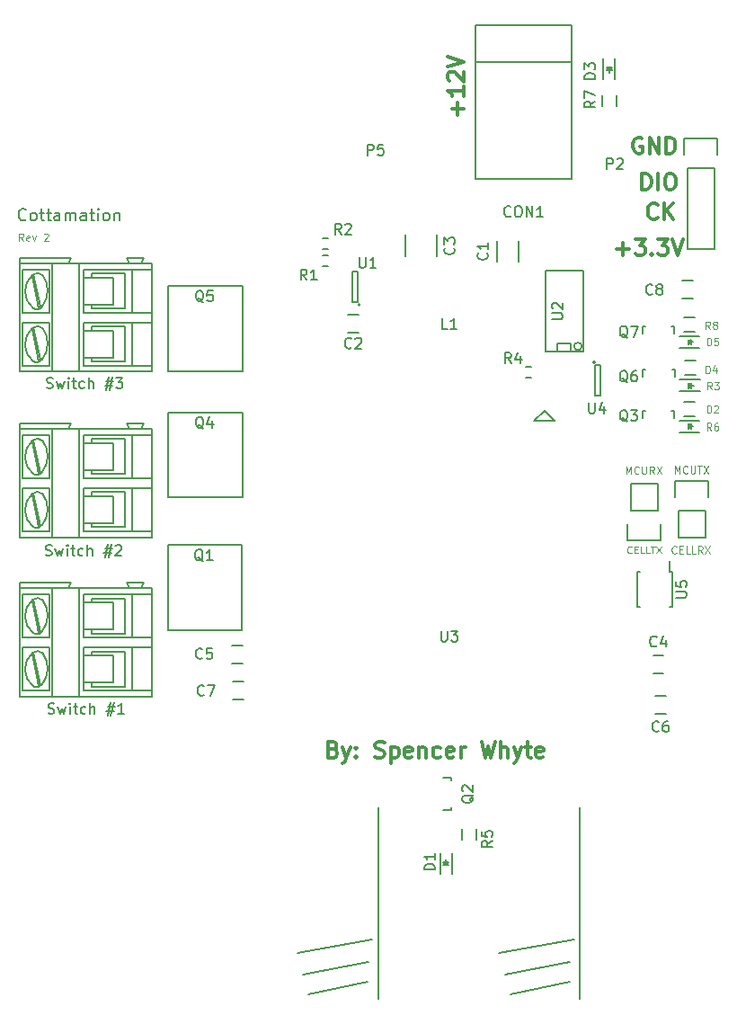
<source format=gto>
G04 #@! TF.FileFunction,Legend,Top*
%FSLAX46Y46*%
G04 Gerber Fmt 4.6, Leading zero omitted, Abs format (unit mm)*
G04 Created by KiCad (PCBNEW (2015-05-05 BZR 5645)-product) date Thursday, September 03, 2015 'pmt' 04:49:33 pm*
%MOMM*%
G01*
G04 APERTURE LIST*
%ADD10C,0.100000*%
%ADD11C,0.300000*%
%ADD12C,0.200000*%
%ADD13C,0.150000*%
G04 APERTURE END LIST*
D10*
D11*
X156814286Y-78235714D02*
X156742857Y-78307143D01*
X156528571Y-78378571D01*
X156385714Y-78378571D01*
X156171429Y-78307143D01*
X156028571Y-78164286D01*
X155957143Y-78021429D01*
X155885714Y-77735714D01*
X155885714Y-77521429D01*
X155957143Y-77235714D01*
X156028571Y-77092857D01*
X156171429Y-76950000D01*
X156385714Y-76878571D01*
X156528571Y-76878571D01*
X156742857Y-76950000D01*
X156814286Y-77021429D01*
X157457143Y-78378571D02*
X157457143Y-76878571D01*
X158314286Y-78378571D02*
X157671429Y-77521429D01*
X158314286Y-76878571D02*
X157457143Y-77735714D01*
X155364286Y-75578571D02*
X155364286Y-74078571D01*
X155721429Y-74078571D01*
X155935714Y-74150000D01*
X156078572Y-74292857D01*
X156150000Y-74435714D01*
X156221429Y-74721429D01*
X156221429Y-74935714D01*
X156150000Y-75221429D01*
X156078572Y-75364286D01*
X155935714Y-75507143D01*
X155721429Y-75578571D01*
X155364286Y-75578571D01*
X156864286Y-75578571D02*
X156864286Y-74078571D01*
X157864286Y-74078571D02*
X158150000Y-74078571D01*
X158292858Y-74150000D01*
X158435715Y-74292857D01*
X158507143Y-74578571D01*
X158507143Y-75078571D01*
X158435715Y-75364286D01*
X158292858Y-75507143D01*
X158150000Y-75578571D01*
X157864286Y-75578571D01*
X157721429Y-75507143D01*
X157578572Y-75364286D01*
X157507143Y-75078571D01*
X157507143Y-74578571D01*
X157578572Y-74292857D01*
X157721429Y-74150000D01*
X157864286Y-74078571D01*
X138007143Y-68542856D02*
X138007143Y-67399999D01*
X138578571Y-67971428D02*
X137435714Y-67971428D01*
X138578571Y-65899999D02*
X138578571Y-66757142D01*
X138578571Y-66328570D02*
X137078571Y-66328570D01*
X137292857Y-66471427D01*
X137435714Y-66614285D01*
X137507143Y-66757142D01*
X137221429Y-65328571D02*
X137150000Y-65257142D01*
X137078571Y-65114285D01*
X137078571Y-64757142D01*
X137150000Y-64614285D01*
X137221429Y-64542856D01*
X137364286Y-64471428D01*
X137507143Y-64471428D01*
X137721429Y-64542856D01*
X138578571Y-65399999D01*
X138578571Y-64471428D01*
X137078571Y-64042857D02*
X138578571Y-63542857D01*
X137078571Y-63042857D01*
D12*
X97314286Y-78392857D02*
X97261905Y-78445238D01*
X97104762Y-78497619D01*
X97000000Y-78497619D01*
X96842858Y-78445238D01*
X96738096Y-78340476D01*
X96685715Y-78235714D01*
X96633334Y-78026190D01*
X96633334Y-77869048D01*
X96685715Y-77659524D01*
X96738096Y-77554762D01*
X96842858Y-77450000D01*
X97000000Y-77397619D01*
X97104762Y-77397619D01*
X97261905Y-77450000D01*
X97314286Y-77502381D01*
X97942858Y-78497619D02*
X97838096Y-78445238D01*
X97785715Y-78392857D01*
X97733334Y-78288095D01*
X97733334Y-77973810D01*
X97785715Y-77869048D01*
X97838096Y-77816667D01*
X97942858Y-77764286D01*
X98100000Y-77764286D01*
X98204762Y-77816667D01*
X98257143Y-77869048D01*
X98309524Y-77973810D01*
X98309524Y-78288095D01*
X98257143Y-78392857D01*
X98204762Y-78445238D01*
X98100000Y-78497619D01*
X97942858Y-78497619D01*
X98623810Y-77764286D02*
X99042858Y-77764286D01*
X98780953Y-77397619D02*
X98780953Y-78340476D01*
X98833334Y-78445238D01*
X98938096Y-78497619D01*
X99042858Y-78497619D01*
X99252381Y-77764286D02*
X99671429Y-77764286D01*
X99409524Y-77397619D02*
X99409524Y-78340476D01*
X99461905Y-78445238D01*
X99566667Y-78497619D01*
X99671429Y-78497619D01*
X100509523Y-78497619D02*
X100509523Y-77921429D01*
X100457142Y-77816667D01*
X100352380Y-77764286D01*
X100142857Y-77764286D01*
X100038095Y-77816667D01*
X100509523Y-78445238D02*
X100404761Y-78497619D01*
X100142857Y-78497619D01*
X100038095Y-78445238D01*
X99985714Y-78340476D01*
X99985714Y-78235714D01*
X100038095Y-78130952D01*
X100142857Y-78078571D01*
X100404761Y-78078571D01*
X100509523Y-78026190D01*
X101033333Y-78497619D02*
X101033333Y-77764286D01*
X101033333Y-77869048D02*
X101085714Y-77816667D01*
X101190476Y-77764286D01*
X101347618Y-77764286D01*
X101452380Y-77816667D01*
X101504761Y-77921429D01*
X101504761Y-78497619D01*
X101504761Y-77921429D02*
X101557142Y-77816667D01*
X101661904Y-77764286D01*
X101819047Y-77764286D01*
X101923809Y-77816667D01*
X101976190Y-77921429D01*
X101976190Y-78497619D01*
X102971428Y-78497619D02*
X102971428Y-77921429D01*
X102919047Y-77816667D01*
X102814285Y-77764286D01*
X102604762Y-77764286D01*
X102500000Y-77816667D01*
X102971428Y-78445238D02*
X102866666Y-78497619D01*
X102604762Y-78497619D01*
X102500000Y-78445238D01*
X102447619Y-78340476D01*
X102447619Y-78235714D01*
X102500000Y-78130952D01*
X102604762Y-78078571D01*
X102866666Y-78078571D01*
X102971428Y-78026190D01*
X103338095Y-77764286D02*
X103757143Y-77764286D01*
X103495238Y-77397619D02*
X103495238Y-78340476D01*
X103547619Y-78445238D01*
X103652381Y-78497619D01*
X103757143Y-78497619D01*
X104123809Y-78497619D02*
X104123809Y-77764286D01*
X104123809Y-77397619D02*
X104071428Y-77450000D01*
X104123809Y-77502381D01*
X104176190Y-77450000D01*
X104123809Y-77397619D01*
X104123809Y-77502381D01*
X104804762Y-78497619D02*
X104700000Y-78445238D01*
X104647619Y-78392857D01*
X104595238Y-78288095D01*
X104595238Y-77973810D01*
X104647619Y-77869048D01*
X104700000Y-77816667D01*
X104804762Y-77764286D01*
X104961904Y-77764286D01*
X105066666Y-77816667D01*
X105119047Y-77869048D01*
X105171428Y-77973810D01*
X105171428Y-78288095D01*
X105119047Y-78392857D01*
X105066666Y-78445238D01*
X104961904Y-78497619D01*
X104804762Y-78497619D01*
X105642857Y-77764286D02*
X105642857Y-78497619D01*
X105642857Y-77869048D02*
X105695238Y-77816667D01*
X105800000Y-77764286D01*
X105957142Y-77764286D01*
X106061904Y-77816667D01*
X106114285Y-77921429D01*
X106114285Y-78497619D01*
D10*
X97100001Y-80416667D02*
X96866667Y-80083333D01*
X96700001Y-80416667D02*
X96700001Y-79716667D01*
X96966667Y-79716667D01*
X97033334Y-79750000D01*
X97066667Y-79783333D01*
X97100001Y-79850000D01*
X97100001Y-79950000D01*
X97066667Y-80016667D01*
X97033334Y-80050000D01*
X96966667Y-80083333D01*
X96700001Y-80083333D01*
X97666667Y-80383333D02*
X97600001Y-80416667D01*
X97466667Y-80416667D01*
X97400001Y-80383333D01*
X97366667Y-80316667D01*
X97366667Y-80050000D01*
X97400001Y-79983333D01*
X97466667Y-79950000D01*
X97600001Y-79950000D01*
X97666667Y-79983333D01*
X97700001Y-80050000D01*
X97700001Y-80116667D01*
X97366667Y-80183333D01*
X97933334Y-79950000D02*
X98100001Y-80416667D01*
X98266667Y-79950000D01*
X99033333Y-79783333D02*
X99066667Y-79750000D01*
X99133333Y-79716667D01*
X99300000Y-79716667D01*
X99366667Y-79750000D01*
X99400000Y-79783333D01*
X99433333Y-79850000D01*
X99433333Y-79916667D01*
X99400000Y-80016667D01*
X99000000Y-80416667D01*
X99433333Y-80416667D01*
D11*
X126292858Y-128292857D02*
X126507144Y-128364286D01*
X126578572Y-128435714D01*
X126650001Y-128578571D01*
X126650001Y-128792857D01*
X126578572Y-128935714D01*
X126507144Y-129007143D01*
X126364286Y-129078571D01*
X125792858Y-129078571D01*
X125792858Y-127578571D01*
X126292858Y-127578571D01*
X126435715Y-127650000D01*
X126507144Y-127721429D01*
X126578572Y-127864286D01*
X126578572Y-128007143D01*
X126507144Y-128150000D01*
X126435715Y-128221429D01*
X126292858Y-128292857D01*
X125792858Y-128292857D01*
X127150001Y-128078571D02*
X127507144Y-129078571D01*
X127864286Y-128078571D02*
X127507144Y-129078571D01*
X127364286Y-129435714D01*
X127292858Y-129507143D01*
X127150001Y-129578571D01*
X128435715Y-128935714D02*
X128507143Y-129007143D01*
X128435715Y-129078571D01*
X128364286Y-129007143D01*
X128435715Y-128935714D01*
X128435715Y-129078571D01*
X128435715Y-128150000D02*
X128507143Y-128221429D01*
X128435715Y-128292857D01*
X128364286Y-128221429D01*
X128435715Y-128150000D01*
X128435715Y-128292857D01*
X130221429Y-129007143D02*
X130435715Y-129078571D01*
X130792858Y-129078571D01*
X130935715Y-129007143D01*
X131007144Y-128935714D01*
X131078572Y-128792857D01*
X131078572Y-128650000D01*
X131007144Y-128507143D01*
X130935715Y-128435714D01*
X130792858Y-128364286D01*
X130507144Y-128292857D01*
X130364286Y-128221429D01*
X130292858Y-128150000D01*
X130221429Y-128007143D01*
X130221429Y-127864286D01*
X130292858Y-127721429D01*
X130364286Y-127650000D01*
X130507144Y-127578571D01*
X130864286Y-127578571D01*
X131078572Y-127650000D01*
X131721429Y-128078571D02*
X131721429Y-129578571D01*
X131721429Y-128150000D02*
X131864286Y-128078571D01*
X132150000Y-128078571D01*
X132292857Y-128150000D01*
X132364286Y-128221429D01*
X132435715Y-128364286D01*
X132435715Y-128792857D01*
X132364286Y-128935714D01*
X132292857Y-129007143D01*
X132150000Y-129078571D01*
X131864286Y-129078571D01*
X131721429Y-129007143D01*
X133650000Y-129007143D02*
X133507143Y-129078571D01*
X133221429Y-129078571D01*
X133078572Y-129007143D01*
X133007143Y-128864286D01*
X133007143Y-128292857D01*
X133078572Y-128150000D01*
X133221429Y-128078571D01*
X133507143Y-128078571D01*
X133650000Y-128150000D01*
X133721429Y-128292857D01*
X133721429Y-128435714D01*
X133007143Y-128578571D01*
X134364286Y-128078571D02*
X134364286Y-129078571D01*
X134364286Y-128221429D02*
X134435714Y-128150000D01*
X134578572Y-128078571D01*
X134792857Y-128078571D01*
X134935714Y-128150000D01*
X135007143Y-128292857D01*
X135007143Y-129078571D01*
X136364286Y-129007143D02*
X136221429Y-129078571D01*
X135935715Y-129078571D01*
X135792857Y-129007143D01*
X135721429Y-128935714D01*
X135650000Y-128792857D01*
X135650000Y-128364286D01*
X135721429Y-128221429D01*
X135792857Y-128150000D01*
X135935715Y-128078571D01*
X136221429Y-128078571D01*
X136364286Y-128150000D01*
X137578571Y-129007143D02*
X137435714Y-129078571D01*
X137150000Y-129078571D01*
X137007143Y-129007143D01*
X136935714Y-128864286D01*
X136935714Y-128292857D01*
X137007143Y-128150000D01*
X137150000Y-128078571D01*
X137435714Y-128078571D01*
X137578571Y-128150000D01*
X137650000Y-128292857D01*
X137650000Y-128435714D01*
X136935714Y-128578571D01*
X138292857Y-129078571D02*
X138292857Y-128078571D01*
X138292857Y-128364286D02*
X138364285Y-128221429D01*
X138435714Y-128150000D01*
X138578571Y-128078571D01*
X138721428Y-128078571D01*
X140221428Y-127578571D02*
X140578571Y-129078571D01*
X140864285Y-128007143D01*
X141149999Y-129078571D01*
X141507142Y-127578571D01*
X142078571Y-129078571D02*
X142078571Y-127578571D01*
X142721428Y-129078571D02*
X142721428Y-128292857D01*
X142649999Y-128150000D01*
X142507142Y-128078571D01*
X142292857Y-128078571D01*
X142149999Y-128150000D01*
X142078571Y-128221429D01*
X143292857Y-128078571D02*
X143650000Y-129078571D01*
X144007142Y-128078571D02*
X143650000Y-129078571D01*
X143507142Y-129435714D01*
X143435714Y-129507143D01*
X143292857Y-129578571D01*
X144364285Y-128078571D02*
X144935714Y-128078571D01*
X144578571Y-127578571D02*
X144578571Y-128864286D01*
X144649999Y-129007143D01*
X144792857Y-129078571D01*
X144935714Y-129078571D01*
X146007142Y-129007143D02*
X145864285Y-129078571D01*
X145578571Y-129078571D01*
X145435714Y-129007143D01*
X145364285Y-128864286D01*
X145364285Y-128292857D01*
X145435714Y-128150000D01*
X145578571Y-128078571D01*
X145864285Y-128078571D01*
X146007142Y-128150000D01*
X146078571Y-128292857D01*
X146078571Y-128435714D01*
X145364285Y-128578571D01*
D10*
X158600000Y-109800000D02*
X158566666Y-109833333D01*
X158466666Y-109866667D01*
X158400000Y-109866667D01*
X158300000Y-109833333D01*
X158233333Y-109766667D01*
X158200000Y-109700000D01*
X158166666Y-109566667D01*
X158166666Y-109466667D01*
X158200000Y-109333333D01*
X158233333Y-109266667D01*
X158300000Y-109200000D01*
X158400000Y-109166667D01*
X158466666Y-109166667D01*
X158566666Y-109200000D01*
X158600000Y-109233333D01*
X158900000Y-109500000D02*
X159133333Y-109500000D01*
X159233333Y-109866667D02*
X158900000Y-109866667D01*
X158900000Y-109166667D01*
X159233333Y-109166667D01*
X159866666Y-109866667D02*
X159533333Y-109866667D01*
X159533333Y-109166667D01*
X160433333Y-109866667D02*
X160100000Y-109866667D01*
X160100000Y-109166667D01*
X161066667Y-109866667D02*
X160833333Y-109533333D01*
X160666667Y-109866667D02*
X160666667Y-109166667D01*
X160933333Y-109166667D01*
X161000000Y-109200000D01*
X161033333Y-109233333D01*
X161066667Y-109300000D01*
X161066667Y-109400000D01*
X161033333Y-109466667D01*
X161000000Y-109500000D01*
X160933333Y-109533333D01*
X160666667Y-109533333D01*
X161300000Y-109166667D02*
X161766667Y-109866667D01*
X161766667Y-109166667D02*
X161300000Y-109866667D01*
X154373810Y-109782143D02*
X154342858Y-109813095D01*
X154250001Y-109844048D01*
X154188096Y-109844048D01*
X154095239Y-109813095D01*
X154033334Y-109751190D01*
X154002382Y-109689286D01*
X153971430Y-109565476D01*
X153971430Y-109472619D01*
X154002382Y-109348810D01*
X154033334Y-109286905D01*
X154095239Y-109225000D01*
X154188096Y-109194048D01*
X154250001Y-109194048D01*
X154342858Y-109225000D01*
X154373810Y-109255952D01*
X154652382Y-109503571D02*
X154869049Y-109503571D01*
X154961906Y-109844048D02*
X154652382Y-109844048D01*
X154652382Y-109194048D01*
X154961906Y-109194048D01*
X155550001Y-109844048D02*
X155240477Y-109844048D01*
X155240477Y-109194048D01*
X156076191Y-109844048D02*
X155766667Y-109844048D01*
X155766667Y-109194048D01*
X156200000Y-109194048D02*
X156571428Y-109194048D01*
X156385714Y-109844048D02*
X156385714Y-109194048D01*
X156726190Y-109194048D02*
X157159523Y-109844048D01*
X157159523Y-109194048D02*
X156726190Y-109844048D01*
D11*
X153000001Y-81207143D02*
X154142858Y-81207143D01*
X153571429Y-81778571D02*
X153571429Y-80635714D01*
X154714287Y-80278571D02*
X155642858Y-80278571D01*
X155142858Y-80850000D01*
X155357144Y-80850000D01*
X155500001Y-80921429D01*
X155571430Y-80992857D01*
X155642858Y-81135714D01*
X155642858Y-81492857D01*
X155571430Y-81635714D01*
X155500001Y-81707143D01*
X155357144Y-81778571D01*
X154928572Y-81778571D01*
X154785715Y-81707143D01*
X154714287Y-81635714D01*
X156285715Y-81635714D02*
X156357143Y-81707143D01*
X156285715Y-81778571D01*
X156214286Y-81707143D01*
X156285715Y-81635714D01*
X156285715Y-81778571D01*
X156857144Y-80278571D02*
X157785715Y-80278571D01*
X157285715Y-80850000D01*
X157500001Y-80850000D01*
X157642858Y-80921429D01*
X157714287Y-80992857D01*
X157785715Y-81135714D01*
X157785715Y-81492857D01*
X157714287Y-81635714D01*
X157642858Y-81707143D01*
X157500001Y-81778571D01*
X157071429Y-81778571D01*
X156928572Y-81707143D01*
X156857144Y-81635714D01*
X158214286Y-80278571D02*
X158714286Y-81778571D01*
X159214286Y-80278571D01*
X155357143Y-70750000D02*
X155214286Y-70678571D01*
X155000000Y-70678571D01*
X154785715Y-70750000D01*
X154642857Y-70892857D01*
X154571429Y-71035714D01*
X154500000Y-71321429D01*
X154500000Y-71535714D01*
X154571429Y-71821429D01*
X154642857Y-71964286D01*
X154785715Y-72107143D01*
X155000000Y-72178571D01*
X155142857Y-72178571D01*
X155357143Y-72107143D01*
X155428572Y-72035714D01*
X155428572Y-71535714D01*
X155142857Y-71535714D01*
X156071429Y-72178571D02*
X156071429Y-70678571D01*
X156928572Y-72178571D01*
X156928572Y-70678571D01*
X157642858Y-72178571D02*
X157642858Y-70678571D01*
X158000001Y-70678571D01*
X158214286Y-70750000D01*
X158357144Y-70892857D01*
X158428572Y-71035714D01*
X158500001Y-71321429D01*
X158500001Y-71535714D01*
X158428572Y-71821429D01*
X158357144Y-71964286D01*
X158214286Y-72107143D01*
X158000001Y-72178571D01*
X157642858Y-72178571D01*
D13*
X146150000Y-96400000D02*
X147150000Y-97400000D01*
X147150000Y-97400000D02*
X145150000Y-97400000D01*
X145150000Y-97400000D02*
X146150000Y-96400000D01*
X110798000Y-109061000D02*
X110798000Y-109061000D01*
X110671000Y-109061000D02*
X110798000Y-109061000D01*
X110798000Y-109061000D02*
X110671000Y-109061000D01*
X117656000Y-115284000D02*
X117656000Y-109061000D01*
X117656000Y-109061000D02*
X114100000Y-109061000D01*
X117656000Y-115284000D02*
X117656000Y-116808000D01*
X117656000Y-116808000D02*
X117656000Y-116808000D01*
X117656000Y-116808000D02*
X117656000Y-116808000D01*
X117656000Y-116808000D02*
X117656000Y-117062000D01*
X117656000Y-117062000D02*
X117656000Y-117062000D01*
X117656000Y-117062000D02*
X117656000Y-117062000D01*
X114100000Y-109061000D02*
X110671000Y-109061000D01*
X110671000Y-109061000D02*
X110671000Y-117062000D01*
X110671000Y-117062000D02*
X117656000Y-117062000D01*
X110848000Y-96561000D02*
X110848000Y-96561000D01*
X110721000Y-96561000D02*
X110848000Y-96561000D01*
X110848000Y-96561000D02*
X110721000Y-96561000D01*
X117706000Y-102784000D02*
X117706000Y-96561000D01*
X117706000Y-96561000D02*
X114150000Y-96561000D01*
X117706000Y-102784000D02*
X117706000Y-104308000D01*
X117706000Y-104308000D02*
X117706000Y-104308000D01*
X117706000Y-104308000D02*
X117706000Y-104308000D01*
X117706000Y-104308000D02*
X117706000Y-104562000D01*
X117706000Y-104562000D02*
X117706000Y-104562000D01*
X117706000Y-104562000D02*
X117706000Y-104562000D01*
X114150000Y-96561000D02*
X110721000Y-96561000D01*
X110721000Y-96561000D02*
X110721000Y-104562000D01*
X110721000Y-104562000D02*
X117706000Y-104562000D01*
X110848000Y-84661000D02*
X110848000Y-84661000D01*
X110721000Y-84661000D02*
X110848000Y-84661000D01*
X110848000Y-84661000D02*
X110721000Y-84661000D01*
X117706000Y-90884000D02*
X117706000Y-84661000D01*
X117706000Y-84661000D02*
X114150000Y-84661000D01*
X117706000Y-90884000D02*
X117706000Y-92408000D01*
X117706000Y-92408000D02*
X117706000Y-92408000D01*
X117706000Y-92408000D02*
X117706000Y-92408000D01*
X117706000Y-92408000D02*
X117706000Y-92662000D01*
X117706000Y-92662000D02*
X117706000Y-92662000D01*
X117706000Y-92662000D02*
X117706000Y-92662000D01*
X114150000Y-84661000D02*
X110721000Y-84661000D01*
X110721000Y-84661000D02*
X110721000Y-92662000D01*
X110721000Y-92662000D02*
X117706000Y-92662000D01*
X141675000Y-80400000D02*
X141675000Y-82400000D01*
X143725000Y-82400000D02*
X143725000Y-80400000D01*
X128650000Y-87350000D02*
X127650000Y-87350000D01*
X127650000Y-89050000D02*
X128650000Y-89050000D01*
X133075000Y-79850000D02*
X133075000Y-81850000D01*
X136025000Y-81850000D02*
X136025000Y-79850000D01*
X157400000Y-119450000D02*
X156400000Y-119450000D01*
X156400000Y-121150000D02*
X157400000Y-121150000D01*
X117750000Y-118500000D02*
X116750000Y-118500000D01*
X116750000Y-120200000D02*
X117750000Y-120200000D01*
X156600000Y-124950000D02*
X157600000Y-124950000D01*
X157600000Y-123250000D02*
X156600000Y-123250000D01*
X116800000Y-123600000D02*
X117800000Y-123600000D01*
X117800000Y-121900000D02*
X116800000Y-121900000D01*
X148700880Y-63599500D02*
X139699120Y-63599500D01*
X148700880Y-60099380D02*
X139699120Y-60099380D01*
X139699120Y-60099380D02*
X139699120Y-74600240D01*
X139699120Y-74600240D02*
X148700880Y-74600240D01*
X148700880Y-74600240D02*
X148700880Y-60099380D01*
X137450000Y-140000000D02*
X137450000Y-138100000D01*
X136350000Y-140000000D02*
X136350000Y-138100000D01*
X136900000Y-139100000D02*
X136900000Y-138650000D01*
X136650000Y-139150000D02*
X137150000Y-139150000D01*
X136900000Y-139150000D02*
X136650000Y-138900000D01*
X136650000Y-138900000D02*
X137150000Y-138900000D01*
X137150000Y-138900000D02*
X136900000Y-139150000D01*
X158850000Y-98450000D02*
X160750000Y-98450000D01*
X158850000Y-97350000D02*
X160750000Y-97350000D01*
X159750000Y-97900000D02*
X160200000Y-97900000D01*
X159700000Y-97650000D02*
X159700000Y-98150000D01*
X159700000Y-97900000D02*
X159950000Y-97650000D01*
X159950000Y-97650000D02*
X159950000Y-98150000D01*
X159950000Y-98150000D02*
X159700000Y-97900000D01*
X151700000Y-63250000D02*
X151700000Y-65150000D01*
X152800000Y-63250000D02*
X152800000Y-65150000D01*
X152250000Y-64150000D02*
X152250000Y-64600000D01*
X152500000Y-64100000D02*
X152000000Y-64100000D01*
X152250000Y-64100000D02*
X152500000Y-64350000D01*
X152500000Y-64350000D02*
X152000000Y-64350000D01*
X152000000Y-64350000D02*
X152250000Y-64100000D01*
X159630000Y-73570000D02*
X159630000Y-81190000D01*
X162170000Y-73570000D02*
X162170000Y-81190000D01*
X162450000Y-70750000D02*
X162450000Y-72300000D01*
X159630000Y-81190000D02*
X162170000Y-81190000D01*
X162170000Y-73570000D02*
X159630000Y-73570000D01*
X159350000Y-72300000D02*
X159350000Y-70750000D01*
X159350000Y-70750000D02*
X162450000Y-70750000D01*
X161320000Y-105820000D02*
X161320000Y-108360000D01*
X161600000Y-103000000D02*
X161600000Y-104550000D01*
X161320000Y-105820000D02*
X158780000Y-105820000D01*
X158500000Y-104550000D02*
X158500000Y-103000000D01*
X158500000Y-103000000D02*
X161600000Y-103000000D01*
X158780000Y-105820000D02*
X158780000Y-108360000D01*
X158780000Y-108360000D02*
X161320000Y-108360000D01*
X154280000Y-105830000D02*
X154280000Y-103290000D01*
X154000000Y-108650000D02*
X154000000Y-107100000D01*
X154280000Y-105830000D02*
X156820000Y-105830000D01*
X157100000Y-107100000D02*
X157100000Y-108650000D01*
X157100000Y-108650000D02*
X154000000Y-108650000D01*
X156820000Y-105830000D02*
X156820000Y-103290000D01*
X156820000Y-103290000D02*
X154280000Y-103290000D01*
X129950000Y-146200000D02*
X122900000Y-147450000D01*
X129600000Y-148300000D02*
X123450000Y-149550000D01*
X129550000Y-150200000D02*
X123950000Y-151400000D01*
X130500000Y-133750000D02*
X130500000Y-151800000D01*
X148950000Y-146200000D02*
X141900000Y-147450000D01*
X148600000Y-148300000D02*
X142450000Y-149550000D01*
X148550000Y-150200000D02*
X142950000Y-151400000D01*
X149500000Y-133750000D02*
X149500000Y-151800000D01*
X125250000Y-81225000D02*
X125750000Y-81225000D01*
X125750000Y-80175000D02*
X125250000Y-80175000D01*
X125250000Y-82825000D02*
X125750000Y-82825000D01*
X125750000Y-81775000D02*
X125250000Y-81775000D01*
X144950000Y-92275000D02*
X144450000Y-92275000D01*
X144450000Y-93325000D02*
X144950000Y-93325000D01*
X139775000Y-135800000D02*
X139775000Y-136800000D01*
X138425000Y-136800000D02*
X138425000Y-135800000D01*
X159350000Y-95575000D02*
X160350000Y-95575000D01*
X160350000Y-96925000D02*
X159350000Y-96925000D01*
X151575000Y-67700000D02*
X151575000Y-66700000D01*
X152925000Y-66700000D02*
X152925000Y-67700000D01*
X128800000Y-86450000D02*
G75*
G03X128800000Y-86450000I-100000J0D01*
G01*
X128050000Y-86200000D02*
X128550000Y-86200000D01*
X128050000Y-83300000D02*
X128050000Y-86200000D01*
X128550000Y-83300000D02*
X128050000Y-83300000D01*
X128550000Y-86200000D02*
X128550000Y-83300000D01*
X146272000Y-83240000D02*
X146272000Y-90860000D01*
X149828000Y-90860000D02*
X149828000Y-83240000D01*
X146272000Y-83240000D02*
X149828000Y-83240000D01*
X149828000Y-90860000D02*
X146272000Y-90860000D01*
X149679210Y-90352000D02*
G75*
G03X149679210Y-90352000I-359210J0D01*
G01*
X147415000Y-90860000D02*
X147415000Y-90098000D01*
X147415000Y-90098000D02*
X148685000Y-90098000D01*
X148685000Y-90098000D02*
X148685000Y-90860000D01*
X160150000Y-84150000D02*
X159150000Y-84150000D01*
X159150000Y-85850000D02*
X160150000Y-85850000D01*
X150950000Y-91850000D02*
G75*
G03X150950000Y-91850000I-100000J0D01*
G01*
X151400000Y-92100000D02*
X150900000Y-92100000D01*
X151400000Y-95000000D02*
X151400000Y-92100000D01*
X150900000Y-95000000D02*
X151400000Y-95000000D01*
X150900000Y-92100000D02*
X150900000Y-95000000D01*
X158175000Y-111625000D02*
X157950000Y-111625000D01*
X158175000Y-114875000D02*
X157950000Y-114875000D01*
X154925000Y-114875000D02*
X155150000Y-114875000D01*
X154925000Y-111625000D02*
X155150000Y-111625000D01*
X158175000Y-111625000D02*
X158175000Y-114875000D01*
X154925000Y-111625000D02*
X154925000Y-114875000D01*
X157950000Y-111625000D02*
X157950000Y-110550000D01*
X105540000Y-122009600D02*
X105540000Y-119469600D01*
X105540000Y-119469600D02*
X102746000Y-119469600D01*
X102746000Y-122009600D02*
X102746000Y-119469600D01*
X105540000Y-122009600D02*
X102746000Y-122009600D01*
X105540000Y-117005800D02*
X105540000Y-114465800D01*
X105540000Y-114465800D02*
X102746000Y-114465800D01*
X102746000Y-117005800D02*
X102746000Y-114465800D01*
X105540000Y-117005800D02*
X102746000Y-117005800D01*
X96777000Y-113145000D02*
X99825000Y-113145000D01*
X96777000Y-113145000D02*
X96777000Y-123330000D01*
X96777000Y-113145000D02*
X96777000Y-112637000D01*
X96777000Y-112637000D02*
X101603000Y-112637000D01*
X101603000Y-112637000D02*
X101349000Y-113145000D01*
X108461000Y-112637000D02*
X108207000Y-113145000D01*
X108207000Y-113145000D02*
X109223000Y-113145000D01*
X106810000Y-112637000D02*
X107064000Y-113145000D01*
X107064000Y-113145000D02*
X108207000Y-113145000D01*
X106810000Y-112637000D02*
X108461000Y-112637000D01*
X109223000Y-117767800D02*
X107318000Y-117767800D01*
X102746000Y-113703800D02*
X107318000Y-113703800D01*
X109223000Y-117767800D02*
X109223000Y-113703800D01*
X109223000Y-113703800D02*
X109223000Y-113145000D01*
X109223000Y-118707600D02*
X107318000Y-118707600D01*
X109223000Y-118707600D02*
X109223000Y-117767800D01*
X102746000Y-122771600D02*
X107318000Y-122771600D01*
X109223000Y-123330000D02*
X109223000Y-122771600D01*
X109223000Y-122771600D02*
X109223000Y-118707600D01*
X107318000Y-117767800D02*
X107318000Y-113703800D01*
X107318000Y-117767800D02*
X102746000Y-117767800D01*
X107318000Y-113703800D02*
X109223000Y-113703800D01*
X107318000Y-118707600D02*
X107318000Y-122771600D01*
X107318000Y-118707600D02*
X102746000Y-118707600D01*
X107318000Y-122771600D02*
X109223000Y-122771600D01*
X106683000Y-114084800D02*
X103508000Y-114084800D01*
X106683000Y-114084800D02*
X106683000Y-117386800D01*
X106683000Y-117386800D02*
X103508000Y-117386800D01*
X106683000Y-119088600D02*
X103508000Y-119088600D01*
X106683000Y-119088600D02*
X106683000Y-122390600D01*
X106683000Y-122390600D02*
X103508000Y-122390600D01*
X103508000Y-122390600D02*
X103508000Y-122009600D01*
X103508000Y-119088600D02*
X103508000Y-119469600D01*
X103508000Y-117386800D02*
X103508000Y-117005800D01*
X103508000Y-114084800D02*
X103508000Y-114465800D01*
X109223000Y-123330000D02*
X102365000Y-123330000D01*
X102365000Y-123330000D02*
X99825000Y-123330000D01*
X101349000Y-113145000D02*
X102365000Y-113145000D01*
X102365000Y-113145000D02*
X107064000Y-113145000D01*
X99825000Y-123330000D02*
X99825000Y-113145000D01*
X99825000Y-123330000D02*
X96777000Y-123330000D01*
X99825000Y-113145000D02*
X101349000Y-113145000D01*
X99571000Y-117767800D02*
X97031000Y-117767800D01*
X97031000Y-117767800D02*
X97031000Y-113703800D01*
X97031000Y-113703800D02*
X99571000Y-113703800D01*
X99571000Y-113703800D02*
X99571000Y-117767800D01*
X99571000Y-118707600D02*
X97031000Y-118707600D01*
X99571000Y-118707600D02*
X99571000Y-122771600D01*
X99571000Y-122771600D02*
X97031000Y-122771600D01*
X97031000Y-118707600D02*
X97031000Y-122771600D01*
X98555000Y-117361400D02*
X97920000Y-114313400D01*
X98682000Y-117234400D02*
X98047000Y-114186400D01*
X98555000Y-122365200D02*
X97920000Y-119314660D01*
X98682000Y-122238200D02*
X98047000Y-119190200D01*
X102746000Y-122771600D02*
X102746000Y-122390600D01*
X102746000Y-118707600D02*
X102746000Y-119088600D01*
X102746000Y-119088600D02*
X102746000Y-122390600D01*
X102365000Y-123330000D02*
X102365000Y-122390600D01*
X102365000Y-122390600D02*
X102365000Y-119088600D01*
X102365000Y-119088600D02*
X102365000Y-117386800D01*
X102365000Y-113145000D02*
X102365000Y-114084800D01*
X102365000Y-114084800D02*
X102365000Y-117386800D01*
X102746000Y-113703800D02*
X102746000Y-114084800D01*
X102746000Y-117767800D02*
X102746000Y-117386800D01*
X102746000Y-117386800D02*
X102746000Y-114084800D01*
X98914570Y-114267028D02*
G75*
G03X97947940Y-114214340I-509430J-452772D01*
G01*
X98834896Y-117209728D02*
G75*
G03X98882660Y-114221960I-1905496J1524728D01*
G01*
X97943156Y-114210589D02*
G75*
G03X97996200Y-117361400I1348444J-1553151D01*
G01*
X97946519Y-117310097D02*
G75*
G03X98872500Y-117168360I407821J431297D01*
G01*
X98917110Y-119270851D02*
G75*
G03X97947940Y-119215600I-511970J-452749D01*
G01*
X98834896Y-122210988D02*
G75*
G03X98882660Y-119223220I-1905496J1524728D01*
G01*
X97938153Y-119208427D02*
G75*
G03X97996200Y-122365200I1353447J-1554033D01*
G01*
X97948981Y-122314520D02*
G75*
G03X98872500Y-122169620I405359J431920D01*
G01*
X105540000Y-107009600D02*
X105540000Y-104469600D01*
X105540000Y-104469600D02*
X102746000Y-104469600D01*
X102746000Y-107009600D02*
X102746000Y-104469600D01*
X105540000Y-107009600D02*
X102746000Y-107009600D01*
X105540000Y-102005800D02*
X105540000Y-99465800D01*
X105540000Y-99465800D02*
X102746000Y-99465800D01*
X102746000Y-102005800D02*
X102746000Y-99465800D01*
X105540000Y-102005800D02*
X102746000Y-102005800D01*
X96777000Y-98145000D02*
X99825000Y-98145000D01*
X96777000Y-98145000D02*
X96777000Y-108330000D01*
X96777000Y-98145000D02*
X96777000Y-97637000D01*
X96777000Y-97637000D02*
X101603000Y-97637000D01*
X101603000Y-97637000D02*
X101349000Y-98145000D01*
X108461000Y-97637000D02*
X108207000Y-98145000D01*
X108207000Y-98145000D02*
X109223000Y-98145000D01*
X106810000Y-97637000D02*
X107064000Y-98145000D01*
X107064000Y-98145000D02*
X108207000Y-98145000D01*
X106810000Y-97637000D02*
X108461000Y-97637000D01*
X109223000Y-102767800D02*
X107318000Y-102767800D01*
X102746000Y-98703800D02*
X107318000Y-98703800D01*
X109223000Y-102767800D02*
X109223000Y-98703800D01*
X109223000Y-98703800D02*
X109223000Y-98145000D01*
X109223000Y-103707600D02*
X107318000Y-103707600D01*
X109223000Y-103707600D02*
X109223000Y-102767800D01*
X102746000Y-107771600D02*
X107318000Y-107771600D01*
X109223000Y-108330000D02*
X109223000Y-107771600D01*
X109223000Y-107771600D02*
X109223000Y-103707600D01*
X107318000Y-102767800D02*
X107318000Y-98703800D01*
X107318000Y-102767800D02*
X102746000Y-102767800D01*
X107318000Y-98703800D02*
X109223000Y-98703800D01*
X107318000Y-103707600D02*
X107318000Y-107771600D01*
X107318000Y-103707600D02*
X102746000Y-103707600D01*
X107318000Y-107771600D02*
X109223000Y-107771600D01*
X106683000Y-99084800D02*
X103508000Y-99084800D01*
X106683000Y-99084800D02*
X106683000Y-102386800D01*
X106683000Y-102386800D02*
X103508000Y-102386800D01*
X106683000Y-104088600D02*
X103508000Y-104088600D01*
X106683000Y-104088600D02*
X106683000Y-107390600D01*
X106683000Y-107390600D02*
X103508000Y-107390600D01*
X103508000Y-107390600D02*
X103508000Y-107009600D01*
X103508000Y-104088600D02*
X103508000Y-104469600D01*
X103508000Y-102386800D02*
X103508000Y-102005800D01*
X103508000Y-99084800D02*
X103508000Y-99465800D01*
X109223000Y-108330000D02*
X102365000Y-108330000D01*
X102365000Y-108330000D02*
X99825000Y-108330000D01*
X101349000Y-98145000D02*
X102365000Y-98145000D01*
X102365000Y-98145000D02*
X107064000Y-98145000D01*
X99825000Y-108330000D02*
X99825000Y-98145000D01*
X99825000Y-108330000D02*
X96777000Y-108330000D01*
X99825000Y-98145000D02*
X101349000Y-98145000D01*
X99571000Y-102767800D02*
X97031000Y-102767800D01*
X97031000Y-102767800D02*
X97031000Y-98703800D01*
X97031000Y-98703800D02*
X99571000Y-98703800D01*
X99571000Y-98703800D02*
X99571000Y-102767800D01*
X99571000Y-103707600D02*
X97031000Y-103707600D01*
X99571000Y-103707600D02*
X99571000Y-107771600D01*
X99571000Y-107771600D02*
X97031000Y-107771600D01*
X97031000Y-103707600D02*
X97031000Y-107771600D01*
X98555000Y-102361400D02*
X97920000Y-99313400D01*
X98682000Y-102234400D02*
X98047000Y-99186400D01*
X98555000Y-107365200D02*
X97920000Y-104314660D01*
X98682000Y-107238200D02*
X98047000Y-104190200D01*
X102746000Y-107771600D02*
X102746000Y-107390600D01*
X102746000Y-103707600D02*
X102746000Y-104088600D01*
X102746000Y-104088600D02*
X102746000Y-107390600D01*
X102365000Y-108330000D02*
X102365000Y-107390600D01*
X102365000Y-107390600D02*
X102365000Y-104088600D01*
X102365000Y-104088600D02*
X102365000Y-102386800D01*
X102365000Y-98145000D02*
X102365000Y-99084800D01*
X102365000Y-99084800D02*
X102365000Y-102386800D01*
X102746000Y-98703800D02*
X102746000Y-99084800D01*
X102746000Y-102767800D02*
X102746000Y-102386800D01*
X102746000Y-102386800D02*
X102746000Y-99084800D01*
X98914570Y-99267028D02*
G75*
G03X97947940Y-99214340I-509430J-452772D01*
G01*
X98834896Y-102209728D02*
G75*
G03X98882660Y-99221960I-1905496J1524728D01*
G01*
X97943156Y-99210589D02*
G75*
G03X97996200Y-102361400I1348444J-1553151D01*
G01*
X97946519Y-102310097D02*
G75*
G03X98872500Y-102168360I407821J431297D01*
G01*
X98917110Y-104270851D02*
G75*
G03X97947940Y-104215600I-511970J-452749D01*
G01*
X98834896Y-107210988D02*
G75*
G03X98882660Y-104223220I-1905496J1524728D01*
G01*
X97938153Y-104208427D02*
G75*
G03X97996200Y-107365200I1353447J-1554033D01*
G01*
X97948981Y-107314520D02*
G75*
G03X98872500Y-107169620I405359J431920D01*
G01*
X105540000Y-91409600D02*
X105540000Y-88869600D01*
X105540000Y-88869600D02*
X102746000Y-88869600D01*
X102746000Y-91409600D02*
X102746000Y-88869600D01*
X105540000Y-91409600D02*
X102746000Y-91409600D01*
X105540000Y-86405800D02*
X105540000Y-83865800D01*
X105540000Y-83865800D02*
X102746000Y-83865800D01*
X102746000Y-86405800D02*
X102746000Y-83865800D01*
X105540000Y-86405800D02*
X102746000Y-86405800D01*
X96777000Y-82545000D02*
X99825000Y-82545000D01*
X96777000Y-82545000D02*
X96777000Y-92730000D01*
X96777000Y-82545000D02*
X96777000Y-82037000D01*
X96777000Y-82037000D02*
X101603000Y-82037000D01*
X101603000Y-82037000D02*
X101349000Y-82545000D01*
X108461000Y-82037000D02*
X108207000Y-82545000D01*
X108207000Y-82545000D02*
X109223000Y-82545000D01*
X106810000Y-82037000D02*
X107064000Y-82545000D01*
X107064000Y-82545000D02*
X108207000Y-82545000D01*
X106810000Y-82037000D02*
X108461000Y-82037000D01*
X109223000Y-87167800D02*
X107318000Y-87167800D01*
X102746000Y-83103800D02*
X107318000Y-83103800D01*
X109223000Y-87167800D02*
X109223000Y-83103800D01*
X109223000Y-83103800D02*
X109223000Y-82545000D01*
X109223000Y-88107600D02*
X107318000Y-88107600D01*
X109223000Y-88107600D02*
X109223000Y-87167800D01*
X102746000Y-92171600D02*
X107318000Y-92171600D01*
X109223000Y-92730000D02*
X109223000Y-92171600D01*
X109223000Y-92171600D02*
X109223000Y-88107600D01*
X107318000Y-87167800D02*
X107318000Y-83103800D01*
X107318000Y-87167800D02*
X102746000Y-87167800D01*
X107318000Y-83103800D02*
X109223000Y-83103800D01*
X107318000Y-88107600D02*
X107318000Y-92171600D01*
X107318000Y-88107600D02*
X102746000Y-88107600D01*
X107318000Y-92171600D02*
X109223000Y-92171600D01*
X106683000Y-83484800D02*
X103508000Y-83484800D01*
X106683000Y-83484800D02*
X106683000Y-86786800D01*
X106683000Y-86786800D02*
X103508000Y-86786800D01*
X106683000Y-88488600D02*
X103508000Y-88488600D01*
X106683000Y-88488600D02*
X106683000Y-91790600D01*
X106683000Y-91790600D02*
X103508000Y-91790600D01*
X103508000Y-91790600D02*
X103508000Y-91409600D01*
X103508000Y-88488600D02*
X103508000Y-88869600D01*
X103508000Y-86786800D02*
X103508000Y-86405800D01*
X103508000Y-83484800D02*
X103508000Y-83865800D01*
X109223000Y-92730000D02*
X102365000Y-92730000D01*
X102365000Y-92730000D02*
X99825000Y-92730000D01*
X101349000Y-82545000D02*
X102365000Y-82545000D01*
X102365000Y-82545000D02*
X107064000Y-82545000D01*
X99825000Y-92730000D02*
X99825000Y-82545000D01*
X99825000Y-92730000D02*
X96777000Y-92730000D01*
X99825000Y-82545000D02*
X101349000Y-82545000D01*
X99571000Y-87167800D02*
X97031000Y-87167800D01*
X97031000Y-87167800D02*
X97031000Y-83103800D01*
X97031000Y-83103800D02*
X99571000Y-83103800D01*
X99571000Y-83103800D02*
X99571000Y-87167800D01*
X99571000Y-88107600D02*
X97031000Y-88107600D01*
X99571000Y-88107600D02*
X99571000Y-92171600D01*
X99571000Y-92171600D02*
X97031000Y-92171600D01*
X97031000Y-88107600D02*
X97031000Y-92171600D01*
X98555000Y-86761400D02*
X97920000Y-83713400D01*
X98682000Y-86634400D02*
X98047000Y-83586400D01*
X98555000Y-91765200D02*
X97920000Y-88714660D01*
X98682000Y-91638200D02*
X98047000Y-88590200D01*
X102746000Y-92171600D02*
X102746000Y-91790600D01*
X102746000Y-88107600D02*
X102746000Y-88488600D01*
X102746000Y-88488600D02*
X102746000Y-91790600D01*
X102365000Y-92730000D02*
X102365000Y-91790600D01*
X102365000Y-91790600D02*
X102365000Y-88488600D01*
X102365000Y-88488600D02*
X102365000Y-86786800D01*
X102365000Y-82545000D02*
X102365000Y-83484800D01*
X102365000Y-83484800D02*
X102365000Y-86786800D01*
X102746000Y-83103800D02*
X102746000Y-83484800D01*
X102746000Y-87167800D02*
X102746000Y-86786800D01*
X102746000Y-86786800D02*
X102746000Y-83484800D01*
X98914570Y-83667028D02*
G75*
G03X97947940Y-83614340I-509430J-452772D01*
G01*
X98834896Y-86609728D02*
G75*
G03X98882660Y-83621960I-1905496J1524728D01*
G01*
X97943156Y-83610589D02*
G75*
G03X97996200Y-86761400I1348444J-1553151D01*
G01*
X97946519Y-86710097D02*
G75*
G03X98872500Y-86568360I407821J431297D01*
G01*
X98917110Y-88670851D02*
G75*
G03X97947940Y-88615600I-511970J-452749D01*
G01*
X98834896Y-91610988D02*
G75*
G03X98882660Y-88623220I-1905496J1524728D01*
G01*
X97938153Y-88608427D02*
G75*
G03X97996200Y-91765200I1353447J-1554033D01*
G01*
X97948981Y-91714520D02*
G75*
G03X98872500Y-91569620I405359J431920D01*
G01*
X158900000Y-94600000D02*
X160800000Y-94600000D01*
X158900000Y-93500000D02*
X160800000Y-93500000D01*
X159800000Y-94050000D02*
X160250000Y-94050000D01*
X159750000Y-93800000D02*
X159750000Y-94300000D01*
X159750000Y-94050000D02*
X160000000Y-93800000D01*
X160000000Y-93800000D02*
X160000000Y-94300000D01*
X160000000Y-94300000D02*
X159750000Y-94050000D01*
X158850000Y-90500000D02*
X160750000Y-90500000D01*
X158850000Y-89400000D02*
X160750000Y-89400000D01*
X159750000Y-89950000D02*
X160200000Y-89950000D01*
X159700000Y-89700000D02*
X159700000Y-90200000D01*
X159700000Y-89950000D02*
X159950000Y-89700000D01*
X159950000Y-89700000D02*
X159950000Y-90200000D01*
X159950000Y-90200000D02*
X159700000Y-89950000D01*
X159400000Y-91725000D02*
X160400000Y-91725000D01*
X160400000Y-93075000D02*
X159400000Y-93075000D01*
X159350000Y-87625000D02*
X160350000Y-87625000D01*
X160350000Y-88975000D02*
X159350000Y-88975000D01*
X158249160Y-92549760D02*
X158200900Y-92549760D01*
X155450180Y-93250800D02*
X155450180Y-92549760D01*
X155450180Y-92549760D02*
X155699100Y-92549760D01*
X158249160Y-92549760D02*
X158449820Y-92549760D01*
X158449820Y-92549760D02*
X158449820Y-93250800D01*
X158199160Y-88474761D02*
X158150900Y-88474761D01*
X155400180Y-89175801D02*
X155400180Y-88474761D01*
X155400180Y-88474761D02*
X155649100Y-88474761D01*
X158199160Y-88474761D02*
X158399820Y-88474761D01*
X158399820Y-88474761D02*
X158399820Y-89175801D01*
X137350240Y-133799160D02*
X137350240Y-133750900D01*
X136649200Y-131000180D02*
X137350240Y-131000180D01*
X137350240Y-131000180D02*
X137350240Y-131249100D01*
X137350240Y-133799160D02*
X137350240Y-133999820D01*
X137350240Y-133999820D02*
X136649200Y-133999820D01*
X158199160Y-96399760D02*
X158150900Y-96399760D01*
X155400180Y-97100800D02*
X155400180Y-96399760D01*
X155400180Y-96399760D02*
X155649100Y-96399760D01*
X158199160Y-96399760D02*
X158399820Y-96399760D01*
X158399820Y-96399760D02*
X158399820Y-97100800D01*
X136438095Y-117152381D02*
X136438095Y-117961905D01*
X136485714Y-118057143D01*
X136533333Y-118104762D01*
X136628571Y-118152381D01*
X136819048Y-118152381D01*
X136914286Y-118104762D01*
X136961905Y-118057143D01*
X137009524Y-117961905D01*
X137009524Y-117152381D01*
X137390476Y-117152381D02*
X138009524Y-117152381D01*
X137676190Y-117533333D01*
X137819048Y-117533333D01*
X137914286Y-117580952D01*
X137961905Y-117628571D01*
X138009524Y-117723810D01*
X138009524Y-117961905D01*
X137961905Y-118057143D01*
X137914286Y-118104762D01*
X137819048Y-118152381D01*
X137533333Y-118152381D01*
X137438095Y-118104762D01*
X137390476Y-118057143D01*
X114004762Y-110596679D02*
X113909524Y-110549060D01*
X113814286Y-110453822D01*
X113671429Y-110310965D01*
X113576190Y-110263346D01*
X113480952Y-110263346D01*
X113528571Y-110501441D02*
X113433333Y-110453822D01*
X113338095Y-110358584D01*
X113290476Y-110168108D01*
X113290476Y-109834774D01*
X113338095Y-109644298D01*
X113433333Y-109549060D01*
X113528571Y-109501441D01*
X113719048Y-109501441D01*
X113814286Y-109549060D01*
X113909524Y-109644298D01*
X113957143Y-109834774D01*
X113957143Y-110168108D01*
X113909524Y-110358584D01*
X113814286Y-110453822D01*
X113719048Y-110501441D01*
X113528571Y-110501441D01*
X114909524Y-110501441D02*
X114338095Y-110501441D01*
X114623809Y-110501441D02*
X114623809Y-109501441D01*
X114528571Y-109644298D01*
X114433333Y-109739536D01*
X114338095Y-109787155D01*
X114054762Y-98096679D02*
X113959524Y-98049060D01*
X113864286Y-97953822D01*
X113721429Y-97810965D01*
X113626190Y-97763346D01*
X113530952Y-97763346D01*
X113578571Y-98001441D02*
X113483333Y-97953822D01*
X113388095Y-97858584D01*
X113340476Y-97668108D01*
X113340476Y-97334774D01*
X113388095Y-97144298D01*
X113483333Y-97049060D01*
X113578571Y-97001441D01*
X113769048Y-97001441D01*
X113864286Y-97049060D01*
X113959524Y-97144298D01*
X114007143Y-97334774D01*
X114007143Y-97668108D01*
X113959524Y-97858584D01*
X113864286Y-97953822D01*
X113769048Y-98001441D01*
X113578571Y-98001441D01*
X114864286Y-97334774D02*
X114864286Y-98001441D01*
X114626190Y-96953822D02*
X114388095Y-97668108D01*
X115007143Y-97668108D01*
X114054762Y-86196679D02*
X113959524Y-86149060D01*
X113864286Y-86053822D01*
X113721429Y-85910965D01*
X113626190Y-85863346D01*
X113530952Y-85863346D01*
X113578571Y-86101441D02*
X113483333Y-86053822D01*
X113388095Y-85958584D01*
X113340476Y-85768108D01*
X113340476Y-85434774D01*
X113388095Y-85244298D01*
X113483333Y-85149060D01*
X113578571Y-85101441D01*
X113769048Y-85101441D01*
X113864286Y-85149060D01*
X113959524Y-85244298D01*
X114007143Y-85434774D01*
X114007143Y-85768108D01*
X113959524Y-85958584D01*
X113864286Y-86053822D01*
X113769048Y-86101441D01*
X113578571Y-86101441D01*
X114911905Y-85101441D02*
X114435714Y-85101441D01*
X114388095Y-85577631D01*
X114435714Y-85530012D01*
X114530952Y-85482393D01*
X114769048Y-85482393D01*
X114864286Y-85530012D01*
X114911905Y-85577631D01*
X114959524Y-85672870D01*
X114959524Y-85910965D01*
X114911905Y-86006203D01*
X114864286Y-86053822D01*
X114769048Y-86101441D01*
X114530952Y-86101441D01*
X114435714Y-86053822D01*
X114388095Y-86006203D01*
X140757143Y-81566666D02*
X140804762Y-81614285D01*
X140852381Y-81757142D01*
X140852381Y-81852380D01*
X140804762Y-81995238D01*
X140709524Y-82090476D01*
X140614286Y-82138095D01*
X140423810Y-82185714D01*
X140280952Y-82185714D01*
X140090476Y-82138095D01*
X139995238Y-82090476D01*
X139900000Y-81995238D01*
X139852381Y-81852380D01*
X139852381Y-81757142D01*
X139900000Y-81614285D01*
X139947619Y-81566666D01*
X140852381Y-80614285D02*
X140852381Y-81185714D01*
X140852381Y-80900000D02*
X139852381Y-80900000D01*
X139995238Y-80995238D01*
X140090476Y-81090476D01*
X140138095Y-81185714D01*
X127983334Y-90457143D02*
X127935715Y-90504762D01*
X127792858Y-90552381D01*
X127697620Y-90552381D01*
X127554762Y-90504762D01*
X127459524Y-90409524D01*
X127411905Y-90314286D01*
X127364286Y-90123810D01*
X127364286Y-89980952D01*
X127411905Y-89790476D01*
X127459524Y-89695238D01*
X127554762Y-89600000D01*
X127697620Y-89552381D01*
X127792858Y-89552381D01*
X127935715Y-89600000D01*
X127983334Y-89647619D01*
X128364286Y-89647619D02*
X128411905Y-89600000D01*
X128507143Y-89552381D01*
X128745239Y-89552381D01*
X128840477Y-89600000D01*
X128888096Y-89647619D01*
X128935715Y-89742857D01*
X128935715Y-89838095D01*
X128888096Y-89980952D01*
X128316667Y-90552381D01*
X128935715Y-90552381D01*
X137607143Y-81066666D02*
X137654762Y-81114285D01*
X137702381Y-81257142D01*
X137702381Y-81352380D01*
X137654762Y-81495238D01*
X137559524Y-81590476D01*
X137464286Y-81638095D01*
X137273810Y-81685714D01*
X137130952Y-81685714D01*
X136940476Y-81638095D01*
X136845238Y-81590476D01*
X136750000Y-81495238D01*
X136702381Y-81352380D01*
X136702381Y-81257142D01*
X136750000Y-81114285D01*
X136797619Y-81066666D01*
X136702381Y-80733333D02*
X136702381Y-80114285D01*
X137083333Y-80447619D01*
X137083333Y-80304761D01*
X137130952Y-80209523D01*
X137178571Y-80161904D01*
X137273810Y-80114285D01*
X137511905Y-80114285D01*
X137607143Y-80161904D01*
X137654762Y-80209523D01*
X137702381Y-80304761D01*
X137702381Y-80590476D01*
X137654762Y-80685714D01*
X137607143Y-80733333D01*
X156733334Y-118557143D02*
X156685715Y-118604762D01*
X156542858Y-118652381D01*
X156447620Y-118652381D01*
X156304762Y-118604762D01*
X156209524Y-118509524D01*
X156161905Y-118414286D01*
X156114286Y-118223810D01*
X156114286Y-118080952D01*
X156161905Y-117890476D01*
X156209524Y-117795238D01*
X156304762Y-117700000D01*
X156447620Y-117652381D01*
X156542858Y-117652381D01*
X156685715Y-117700000D01*
X156733334Y-117747619D01*
X157590477Y-117985714D02*
X157590477Y-118652381D01*
X157352381Y-117604762D02*
X157114286Y-118319048D01*
X157733334Y-118319048D01*
X113933334Y-119707143D02*
X113885715Y-119754762D01*
X113742858Y-119802381D01*
X113647620Y-119802381D01*
X113504762Y-119754762D01*
X113409524Y-119659524D01*
X113361905Y-119564286D01*
X113314286Y-119373810D01*
X113314286Y-119230952D01*
X113361905Y-119040476D01*
X113409524Y-118945238D01*
X113504762Y-118850000D01*
X113647620Y-118802381D01*
X113742858Y-118802381D01*
X113885715Y-118850000D01*
X113933334Y-118897619D01*
X114838096Y-118802381D02*
X114361905Y-118802381D01*
X114314286Y-119278571D01*
X114361905Y-119230952D01*
X114457143Y-119183333D01*
X114695239Y-119183333D01*
X114790477Y-119230952D01*
X114838096Y-119278571D01*
X114885715Y-119373810D01*
X114885715Y-119611905D01*
X114838096Y-119707143D01*
X114790477Y-119754762D01*
X114695239Y-119802381D01*
X114457143Y-119802381D01*
X114361905Y-119754762D01*
X114314286Y-119707143D01*
X156933334Y-126557143D02*
X156885715Y-126604762D01*
X156742858Y-126652381D01*
X156647620Y-126652381D01*
X156504762Y-126604762D01*
X156409524Y-126509524D01*
X156361905Y-126414286D01*
X156314286Y-126223810D01*
X156314286Y-126080952D01*
X156361905Y-125890476D01*
X156409524Y-125795238D01*
X156504762Y-125700000D01*
X156647620Y-125652381D01*
X156742858Y-125652381D01*
X156885715Y-125700000D01*
X156933334Y-125747619D01*
X157790477Y-125652381D02*
X157600000Y-125652381D01*
X157504762Y-125700000D01*
X157457143Y-125747619D01*
X157361905Y-125890476D01*
X157314286Y-126080952D01*
X157314286Y-126461905D01*
X157361905Y-126557143D01*
X157409524Y-126604762D01*
X157504762Y-126652381D01*
X157695239Y-126652381D01*
X157790477Y-126604762D01*
X157838096Y-126557143D01*
X157885715Y-126461905D01*
X157885715Y-126223810D01*
X157838096Y-126128571D01*
X157790477Y-126080952D01*
X157695239Y-126033333D01*
X157504762Y-126033333D01*
X157409524Y-126080952D01*
X157361905Y-126128571D01*
X157314286Y-126223810D01*
X114083334Y-123157143D02*
X114035715Y-123204762D01*
X113892858Y-123252381D01*
X113797620Y-123252381D01*
X113654762Y-123204762D01*
X113559524Y-123109524D01*
X113511905Y-123014286D01*
X113464286Y-122823810D01*
X113464286Y-122680952D01*
X113511905Y-122490476D01*
X113559524Y-122395238D01*
X113654762Y-122300000D01*
X113797620Y-122252381D01*
X113892858Y-122252381D01*
X114035715Y-122300000D01*
X114083334Y-122347619D01*
X114416667Y-122252381D02*
X115083334Y-122252381D01*
X114654762Y-123252381D01*
X142985715Y-78056183D02*
X142938096Y-78103802D01*
X142795239Y-78151421D01*
X142700001Y-78151421D01*
X142557143Y-78103802D01*
X142461905Y-78008564D01*
X142414286Y-77913326D01*
X142366667Y-77722850D01*
X142366667Y-77579992D01*
X142414286Y-77389516D01*
X142461905Y-77294278D01*
X142557143Y-77199040D01*
X142700001Y-77151421D01*
X142795239Y-77151421D01*
X142938096Y-77199040D01*
X142985715Y-77246659D01*
X143604762Y-77151421D02*
X143795239Y-77151421D01*
X143890477Y-77199040D01*
X143985715Y-77294278D01*
X144033334Y-77484754D01*
X144033334Y-77818088D01*
X143985715Y-78008564D01*
X143890477Y-78103802D01*
X143795239Y-78151421D01*
X143604762Y-78151421D01*
X143509524Y-78103802D01*
X143414286Y-78008564D01*
X143366667Y-77818088D01*
X143366667Y-77484754D01*
X143414286Y-77294278D01*
X143509524Y-77199040D01*
X143604762Y-77151421D01*
X144461905Y-78151421D02*
X144461905Y-77151421D01*
X145033334Y-78151421D01*
X145033334Y-77151421D01*
X146033334Y-78151421D02*
X145461905Y-78151421D01*
X145747619Y-78151421D02*
X145747619Y-77151421D01*
X145652381Y-77294278D01*
X145557143Y-77389516D01*
X145461905Y-77437135D01*
X135852381Y-139638095D02*
X134852381Y-139638095D01*
X134852381Y-139400000D01*
X134900000Y-139257142D01*
X134995238Y-139161904D01*
X135090476Y-139114285D01*
X135280952Y-139066666D01*
X135423810Y-139066666D01*
X135614286Y-139114285D01*
X135709524Y-139161904D01*
X135804762Y-139257142D01*
X135852381Y-139400000D01*
X135852381Y-139638095D01*
X135852381Y-138114285D02*
X135852381Y-138685714D01*
X135852381Y-138400000D02*
X134852381Y-138400000D01*
X134995238Y-138495238D01*
X135090476Y-138590476D01*
X135138095Y-138685714D01*
D10*
X161483334Y-96616667D02*
X161483334Y-95916667D01*
X161650000Y-95916667D01*
X161750000Y-95950000D01*
X161816667Y-96016667D01*
X161850000Y-96083333D01*
X161883334Y-96216667D01*
X161883334Y-96316667D01*
X161850000Y-96450000D01*
X161816667Y-96516667D01*
X161750000Y-96583333D01*
X161650000Y-96616667D01*
X161483334Y-96616667D01*
X162150000Y-95983333D02*
X162183334Y-95950000D01*
X162250000Y-95916667D01*
X162416667Y-95916667D01*
X162483334Y-95950000D01*
X162516667Y-95983333D01*
X162550000Y-96050000D01*
X162550000Y-96116667D01*
X162516667Y-96216667D01*
X162116667Y-96616667D01*
X162550000Y-96616667D01*
D13*
X150952381Y-65188095D02*
X149952381Y-65188095D01*
X149952381Y-64950000D01*
X150000000Y-64807142D01*
X150095238Y-64711904D01*
X150190476Y-64664285D01*
X150380952Y-64616666D01*
X150523810Y-64616666D01*
X150714286Y-64664285D01*
X150809524Y-64711904D01*
X150904762Y-64807142D01*
X150952381Y-64950000D01*
X150952381Y-65188095D01*
X149952381Y-64283333D02*
X149952381Y-63664285D01*
X150333333Y-63997619D01*
X150333333Y-63854761D01*
X150380952Y-63759523D01*
X150428571Y-63711904D01*
X150523810Y-63664285D01*
X150761905Y-63664285D01*
X150857143Y-63711904D01*
X150904762Y-63759523D01*
X150952381Y-63854761D01*
X150952381Y-64140476D01*
X150904762Y-64235714D01*
X150857143Y-64283333D01*
X137033334Y-88702381D02*
X136557143Y-88702381D01*
X136557143Y-87702381D01*
X137890477Y-88702381D02*
X137319048Y-88702381D01*
X137604762Y-88702381D02*
X137604762Y-87702381D01*
X137509524Y-87845238D01*
X137414286Y-87940476D01*
X137319048Y-87988095D01*
X152061905Y-73652381D02*
X152061905Y-72652381D01*
X152442858Y-72652381D01*
X152538096Y-72700000D01*
X152585715Y-72747619D01*
X152633334Y-72842857D01*
X152633334Y-72985714D01*
X152585715Y-73080952D01*
X152538096Y-73128571D01*
X152442858Y-73176190D01*
X152061905Y-73176190D01*
X153014286Y-72747619D02*
X153061905Y-72700000D01*
X153157143Y-72652381D01*
X153395239Y-72652381D01*
X153490477Y-72700000D01*
X153538096Y-72747619D01*
X153585715Y-72842857D01*
X153585715Y-72938095D01*
X153538096Y-73080952D01*
X152966667Y-73652381D01*
X153585715Y-73652381D01*
D10*
X158450001Y-102316667D02*
X158450001Y-101616667D01*
X158683334Y-102116667D01*
X158916667Y-101616667D01*
X158916667Y-102316667D01*
X159650001Y-102250000D02*
X159616667Y-102283333D01*
X159516667Y-102316667D01*
X159450001Y-102316667D01*
X159350001Y-102283333D01*
X159283334Y-102216667D01*
X159250001Y-102150000D01*
X159216667Y-102016667D01*
X159216667Y-101916667D01*
X159250001Y-101783333D01*
X159283334Y-101716667D01*
X159350001Y-101650000D01*
X159450001Y-101616667D01*
X159516667Y-101616667D01*
X159616667Y-101650000D01*
X159650001Y-101683333D01*
X159950001Y-101616667D02*
X159950001Y-102183333D01*
X159983334Y-102250000D01*
X160016667Y-102283333D01*
X160083334Y-102316667D01*
X160216667Y-102316667D01*
X160283334Y-102283333D01*
X160316667Y-102250000D01*
X160350001Y-102183333D01*
X160350001Y-101616667D01*
X160583334Y-101616667D02*
X160983334Y-101616667D01*
X160783334Y-102316667D02*
X160783334Y-101616667D01*
X161150000Y-101616667D02*
X161616667Y-102316667D01*
X161616667Y-101616667D02*
X161150000Y-102316667D01*
X153866667Y-102366667D02*
X153866667Y-101666667D01*
X154100000Y-102166667D01*
X154333333Y-101666667D01*
X154333333Y-102366667D01*
X155066667Y-102300000D02*
X155033333Y-102333333D01*
X154933333Y-102366667D01*
X154866667Y-102366667D01*
X154766667Y-102333333D01*
X154700000Y-102266667D01*
X154666667Y-102200000D01*
X154633333Y-102066667D01*
X154633333Y-101966667D01*
X154666667Y-101833333D01*
X154700000Y-101766667D01*
X154766667Y-101700000D01*
X154866667Y-101666667D01*
X154933333Y-101666667D01*
X155033333Y-101700000D01*
X155066667Y-101733333D01*
X155366667Y-101666667D02*
X155366667Y-102233333D01*
X155400000Y-102300000D01*
X155433333Y-102333333D01*
X155500000Y-102366667D01*
X155633333Y-102366667D01*
X155700000Y-102333333D01*
X155733333Y-102300000D01*
X155766667Y-102233333D01*
X155766667Y-101666667D01*
X156500000Y-102366667D02*
X156266666Y-102033333D01*
X156100000Y-102366667D02*
X156100000Y-101666667D01*
X156366666Y-101666667D01*
X156433333Y-101700000D01*
X156466666Y-101733333D01*
X156500000Y-101800000D01*
X156500000Y-101900000D01*
X156466666Y-101966667D01*
X156433333Y-102000000D01*
X156366666Y-102033333D01*
X156100000Y-102033333D01*
X156733333Y-101666667D02*
X157200000Y-102366667D01*
X157200000Y-101666667D02*
X156733333Y-102366667D01*
D13*
X123783334Y-84102381D02*
X123450000Y-83626190D01*
X123211905Y-84102381D02*
X123211905Y-83102381D01*
X123592858Y-83102381D01*
X123688096Y-83150000D01*
X123735715Y-83197619D01*
X123783334Y-83292857D01*
X123783334Y-83435714D01*
X123735715Y-83530952D01*
X123688096Y-83578571D01*
X123592858Y-83626190D01*
X123211905Y-83626190D01*
X124735715Y-84102381D02*
X124164286Y-84102381D01*
X124450000Y-84102381D02*
X124450000Y-83102381D01*
X124354762Y-83245238D01*
X124259524Y-83340476D01*
X124164286Y-83388095D01*
X127033334Y-79802381D02*
X126700000Y-79326190D01*
X126461905Y-79802381D02*
X126461905Y-78802381D01*
X126842858Y-78802381D01*
X126938096Y-78850000D01*
X126985715Y-78897619D01*
X127033334Y-78992857D01*
X127033334Y-79135714D01*
X126985715Y-79230952D01*
X126938096Y-79278571D01*
X126842858Y-79326190D01*
X126461905Y-79326190D01*
X127414286Y-78897619D02*
X127461905Y-78850000D01*
X127557143Y-78802381D01*
X127795239Y-78802381D01*
X127890477Y-78850000D01*
X127938096Y-78897619D01*
X127985715Y-78992857D01*
X127985715Y-79088095D01*
X127938096Y-79230952D01*
X127366667Y-79802381D01*
X127985715Y-79802381D01*
X143033334Y-91952381D02*
X142700000Y-91476190D01*
X142461905Y-91952381D02*
X142461905Y-90952381D01*
X142842858Y-90952381D01*
X142938096Y-91000000D01*
X142985715Y-91047619D01*
X143033334Y-91142857D01*
X143033334Y-91285714D01*
X142985715Y-91380952D01*
X142938096Y-91428571D01*
X142842858Y-91476190D01*
X142461905Y-91476190D01*
X143890477Y-91285714D02*
X143890477Y-91952381D01*
X143652381Y-90904762D02*
X143414286Y-91619048D01*
X144033334Y-91619048D01*
X141252381Y-136916666D02*
X140776190Y-137250000D01*
X141252381Y-137488095D02*
X140252381Y-137488095D01*
X140252381Y-137107142D01*
X140300000Y-137011904D01*
X140347619Y-136964285D01*
X140442857Y-136916666D01*
X140585714Y-136916666D01*
X140680952Y-136964285D01*
X140728571Y-137011904D01*
X140776190Y-137107142D01*
X140776190Y-137488095D01*
X140252381Y-136011904D02*
X140252381Y-136488095D01*
X140728571Y-136535714D01*
X140680952Y-136488095D01*
X140633333Y-136392857D01*
X140633333Y-136154761D01*
X140680952Y-136059523D01*
X140728571Y-136011904D01*
X140823810Y-135964285D01*
X141061905Y-135964285D01*
X141157143Y-136011904D01*
X141204762Y-136059523D01*
X141252381Y-136154761D01*
X141252381Y-136392857D01*
X141204762Y-136488095D01*
X141157143Y-136535714D01*
D10*
X161883334Y-98266667D02*
X161650000Y-97933333D01*
X161483334Y-98266667D02*
X161483334Y-97566667D01*
X161750000Y-97566667D01*
X161816667Y-97600000D01*
X161850000Y-97633333D01*
X161883334Y-97700000D01*
X161883334Y-97800000D01*
X161850000Y-97866667D01*
X161816667Y-97900000D01*
X161750000Y-97933333D01*
X161483334Y-97933333D01*
X162483334Y-97566667D02*
X162350000Y-97566667D01*
X162283334Y-97600000D01*
X162250000Y-97633333D01*
X162183334Y-97733333D01*
X162150000Y-97866667D01*
X162150000Y-98133333D01*
X162183334Y-98200000D01*
X162216667Y-98233333D01*
X162283334Y-98266667D01*
X162416667Y-98266667D01*
X162483334Y-98233333D01*
X162516667Y-98200000D01*
X162550000Y-98133333D01*
X162550000Y-97966667D01*
X162516667Y-97900000D01*
X162483334Y-97866667D01*
X162416667Y-97833333D01*
X162283334Y-97833333D01*
X162216667Y-97866667D01*
X162183334Y-97900000D01*
X162150000Y-97966667D01*
D13*
X150952381Y-67266666D02*
X150476190Y-67600000D01*
X150952381Y-67838095D02*
X149952381Y-67838095D01*
X149952381Y-67457142D01*
X150000000Y-67361904D01*
X150047619Y-67314285D01*
X150142857Y-67266666D01*
X150285714Y-67266666D01*
X150380952Y-67314285D01*
X150428571Y-67361904D01*
X150476190Y-67457142D01*
X150476190Y-67838095D01*
X149952381Y-66933333D02*
X149952381Y-66266666D01*
X150952381Y-66695238D01*
X128738095Y-81952381D02*
X128738095Y-82761905D01*
X128785714Y-82857143D01*
X128833333Y-82904762D01*
X128928571Y-82952381D01*
X129119048Y-82952381D01*
X129214286Y-82904762D01*
X129261905Y-82857143D01*
X129309524Y-82761905D01*
X129309524Y-81952381D01*
X130309524Y-82952381D02*
X129738095Y-82952381D01*
X130023809Y-82952381D02*
X130023809Y-81952381D01*
X129928571Y-82095238D01*
X129833333Y-82190476D01*
X129738095Y-82238095D01*
X146867381Y-87811905D02*
X147676905Y-87811905D01*
X147772143Y-87764286D01*
X147819762Y-87716667D01*
X147867381Y-87621429D01*
X147867381Y-87430952D01*
X147819762Y-87335714D01*
X147772143Y-87288095D01*
X147676905Y-87240476D01*
X146867381Y-87240476D01*
X146962619Y-86811905D02*
X146915000Y-86764286D01*
X146867381Y-86669048D01*
X146867381Y-86430952D01*
X146915000Y-86335714D01*
X146962619Y-86288095D01*
X147057857Y-86240476D01*
X147153095Y-86240476D01*
X147295952Y-86288095D01*
X147867381Y-86859524D01*
X147867381Y-86240476D01*
X156333334Y-85407143D02*
X156285715Y-85454762D01*
X156142858Y-85502381D01*
X156047620Y-85502381D01*
X155904762Y-85454762D01*
X155809524Y-85359524D01*
X155761905Y-85264286D01*
X155714286Y-85073810D01*
X155714286Y-84930952D01*
X155761905Y-84740476D01*
X155809524Y-84645238D01*
X155904762Y-84550000D01*
X156047620Y-84502381D01*
X156142858Y-84502381D01*
X156285715Y-84550000D01*
X156333334Y-84597619D01*
X156904762Y-84930952D02*
X156809524Y-84883333D01*
X156761905Y-84835714D01*
X156714286Y-84740476D01*
X156714286Y-84692857D01*
X156761905Y-84597619D01*
X156809524Y-84550000D01*
X156904762Y-84502381D01*
X157095239Y-84502381D01*
X157190477Y-84550000D01*
X157238096Y-84597619D01*
X157285715Y-84692857D01*
X157285715Y-84740476D01*
X157238096Y-84835714D01*
X157190477Y-84883333D01*
X157095239Y-84930952D01*
X156904762Y-84930952D01*
X156809524Y-84978571D01*
X156761905Y-85026190D01*
X156714286Y-85121429D01*
X156714286Y-85311905D01*
X156761905Y-85407143D01*
X156809524Y-85454762D01*
X156904762Y-85502381D01*
X157095239Y-85502381D01*
X157190477Y-85454762D01*
X157238096Y-85407143D01*
X157285715Y-85311905D01*
X157285715Y-85121429D01*
X157238096Y-85026190D01*
X157190477Y-84978571D01*
X157095239Y-84930952D01*
X150338095Y-95652381D02*
X150338095Y-96461905D01*
X150385714Y-96557143D01*
X150433333Y-96604762D01*
X150528571Y-96652381D01*
X150719048Y-96652381D01*
X150814286Y-96604762D01*
X150861905Y-96557143D01*
X150909524Y-96461905D01*
X150909524Y-95652381D01*
X151814286Y-95985714D02*
X151814286Y-96652381D01*
X151576190Y-95604762D02*
X151338095Y-96319048D01*
X151957143Y-96319048D01*
X158552381Y-114011905D02*
X159361905Y-114011905D01*
X159457143Y-113964286D01*
X159504762Y-113916667D01*
X159552381Y-113821429D01*
X159552381Y-113630952D01*
X159504762Y-113535714D01*
X159457143Y-113488095D01*
X159361905Y-113440476D01*
X158552381Y-113440476D01*
X158552381Y-112488095D02*
X158552381Y-112964286D01*
X159028571Y-113011905D01*
X158980952Y-112964286D01*
X158933333Y-112869048D01*
X158933333Y-112630952D01*
X158980952Y-112535714D01*
X159028571Y-112488095D01*
X159123810Y-112440476D01*
X159361905Y-112440476D01*
X159457143Y-112488095D01*
X159504762Y-112535714D01*
X159552381Y-112630952D01*
X159552381Y-112869048D01*
X159504762Y-112964286D01*
X159457143Y-113011905D01*
X99428571Y-124904762D02*
X99571428Y-124952381D01*
X99809524Y-124952381D01*
X99904762Y-124904762D01*
X99952381Y-124857143D01*
X100000000Y-124761905D01*
X100000000Y-124666667D01*
X99952381Y-124571429D01*
X99904762Y-124523810D01*
X99809524Y-124476190D01*
X99619047Y-124428571D01*
X99523809Y-124380952D01*
X99476190Y-124333333D01*
X99428571Y-124238095D01*
X99428571Y-124142857D01*
X99476190Y-124047619D01*
X99523809Y-124000000D01*
X99619047Y-123952381D01*
X99857143Y-123952381D01*
X100000000Y-124000000D01*
X100333333Y-124285714D02*
X100523809Y-124952381D01*
X100714286Y-124476190D01*
X100904762Y-124952381D01*
X101095238Y-124285714D01*
X101476190Y-124952381D02*
X101476190Y-124285714D01*
X101476190Y-123952381D02*
X101428571Y-124000000D01*
X101476190Y-124047619D01*
X101523809Y-124000000D01*
X101476190Y-123952381D01*
X101476190Y-124047619D01*
X101809523Y-124285714D02*
X102190475Y-124285714D01*
X101952380Y-123952381D02*
X101952380Y-124809524D01*
X101999999Y-124904762D01*
X102095237Y-124952381D01*
X102190475Y-124952381D01*
X102952381Y-124904762D02*
X102857143Y-124952381D01*
X102666666Y-124952381D01*
X102571428Y-124904762D01*
X102523809Y-124857143D01*
X102476190Y-124761905D01*
X102476190Y-124476190D01*
X102523809Y-124380952D01*
X102571428Y-124333333D01*
X102666666Y-124285714D01*
X102857143Y-124285714D01*
X102952381Y-124333333D01*
X103380952Y-124952381D02*
X103380952Y-123952381D01*
X103809524Y-124952381D02*
X103809524Y-124428571D01*
X103761905Y-124333333D01*
X103666667Y-124285714D01*
X103523809Y-124285714D01*
X103428571Y-124333333D01*
X103380952Y-124380952D01*
X105000000Y-124285714D02*
X105714286Y-124285714D01*
X105285714Y-123857143D02*
X105000000Y-125142857D01*
X105619048Y-124714286D02*
X104904762Y-124714286D01*
X105333334Y-125142857D02*
X105619048Y-123857143D01*
X106571429Y-124952381D02*
X106000000Y-124952381D01*
X106285714Y-124952381D02*
X106285714Y-123952381D01*
X106190476Y-124095238D01*
X106095238Y-124190476D01*
X106000000Y-124238095D01*
X99178571Y-110004762D02*
X99321428Y-110052381D01*
X99559524Y-110052381D01*
X99654762Y-110004762D01*
X99702381Y-109957143D01*
X99750000Y-109861905D01*
X99750000Y-109766667D01*
X99702381Y-109671429D01*
X99654762Y-109623810D01*
X99559524Y-109576190D01*
X99369047Y-109528571D01*
X99273809Y-109480952D01*
X99226190Y-109433333D01*
X99178571Y-109338095D01*
X99178571Y-109242857D01*
X99226190Y-109147619D01*
X99273809Y-109100000D01*
X99369047Y-109052381D01*
X99607143Y-109052381D01*
X99750000Y-109100000D01*
X100083333Y-109385714D02*
X100273809Y-110052381D01*
X100464286Y-109576190D01*
X100654762Y-110052381D01*
X100845238Y-109385714D01*
X101226190Y-110052381D02*
X101226190Y-109385714D01*
X101226190Y-109052381D02*
X101178571Y-109100000D01*
X101226190Y-109147619D01*
X101273809Y-109100000D01*
X101226190Y-109052381D01*
X101226190Y-109147619D01*
X101559523Y-109385714D02*
X101940475Y-109385714D01*
X101702380Y-109052381D02*
X101702380Y-109909524D01*
X101749999Y-110004762D01*
X101845237Y-110052381D01*
X101940475Y-110052381D01*
X102702381Y-110004762D02*
X102607143Y-110052381D01*
X102416666Y-110052381D01*
X102321428Y-110004762D01*
X102273809Y-109957143D01*
X102226190Y-109861905D01*
X102226190Y-109576190D01*
X102273809Y-109480952D01*
X102321428Y-109433333D01*
X102416666Y-109385714D01*
X102607143Y-109385714D01*
X102702381Y-109433333D01*
X103130952Y-110052381D02*
X103130952Y-109052381D01*
X103559524Y-110052381D02*
X103559524Y-109528571D01*
X103511905Y-109433333D01*
X103416667Y-109385714D01*
X103273809Y-109385714D01*
X103178571Y-109433333D01*
X103130952Y-109480952D01*
X104750000Y-109385714D02*
X105464286Y-109385714D01*
X105035714Y-108957143D02*
X104750000Y-110242857D01*
X105369048Y-109814286D02*
X104654762Y-109814286D01*
X105083334Y-110242857D02*
X105369048Y-108957143D01*
X105750000Y-109147619D02*
X105797619Y-109100000D01*
X105892857Y-109052381D01*
X106130953Y-109052381D01*
X106226191Y-109100000D01*
X106273810Y-109147619D01*
X106321429Y-109242857D01*
X106321429Y-109338095D01*
X106273810Y-109480952D01*
X105702381Y-110052381D01*
X106321429Y-110052381D01*
X99278571Y-94254762D02*
X99421428Y-94302381D01*
X99659524Y-94302381D01*
X99754762Y-94254762D01*
X99802381Y-94207143D01*
X99850000Y-94111905D01*
X99850000Y-94016667D01*
X99802381Y-93921429D01*
X99754762Y-93873810D01*
X99659524Y-93826190D01*
X99469047Y-93778571D01*
X99373809Y-93730952D01*
X99326190Y-93683333D01*
X99278571Y-93588095D01*
X99278571Y-93492857D01*
X99326190Y-93397619D01*
X99373809Y-93350000D01*
X99469047Y-93302381D01*
X99707143Y-93302381D01*
X99850000Y-93350000D01*
X100183333Y-93635714D02*
X100373809Y-94302381D01*
X100564286Y-93826190D01*
X100754762Y-94302381D01*
X100945238Y-93635714D01*
X101326190Y-94302381D02*
X101326190Y-93635714D01*
X101326190Y-93302381D02*
X101278571Y-93350000D01*
X101326190Y-93397619D01*
X101373809Y-93350000D01*
X101326190Y-93302381D01*
X101326190Y-93397619D01*
X101659523Y-93635714D02*
X102040475Y-93635714D01*
X101802380Y-93302381D02*
X101802380Y-94159524D01*
X101849999Y-94254762D01*
X101945237Y-94302381D01*
X102040475Y-94302381D01*
X102802381Y-94254762D02*
X102707143Y-94302381D01*
X102516666Y-94302381D01*
X102421428Y-94254762D01*
X102373809Y-94207143D01*
X102326190Y-94111905D01*
X102326190Y-93826190D01*
X102373809Y-93730952D01*
X102421428Y-93683333D01*
X102516666Y-93635714D01*
X102707143Y-93635714D01*
X102802381Y-93683333D01*
X103230952Y-94302381D02*
X103230952Y-93302381D01*
X103659524Y-94302381D02*
X103659524Y-93778571D01*
X103611905Y-93683333D01*
X103516667Y-93635714D01*
X103373809Y-93635714D01*
X103278571Y-93683333D01*
X103230952Y-93730952D01*
X104850000Y-93635714D02*
X105564286Y-93635714D01*
X105135714Y-93207143D02*
X104850000Y-94492857D01*
X105469048Y-94064286D02*
X104754762Y-94064286D01*
X105183334Y-94492857D02*
X105469048Y-93207143D01*
X105802381Y-93302381D02*
X106421429Y-93302381D01*
X106088095Y-93683333D01*
X106230953Y-93683333D01*
X106326191Y-93730952D01*
X106373810Y-93778571D01*
X106421429Y-93873810D01*
X106421429Y-94111905D01*
X106373810Y-94207143D01*
X106326191Y-94254762D01*
X106230953Y-94302381D01*
X105945238Y-94302381D01*
X105850000Y-94254762D01*
X105802381Y-94207143D01*
X129511905Y-72352381D02*
X129511905Y-71352381D01*
X129892858Y-71352381D01*
X129988096Y-71400000D01*
X130035715Y-71447619D01*
X130083334Y-71542857D01*
X130083334Y-71685714D01*
X130035715Y-71780952D01*
X129988096Y-71828571D01*
X129892858Y-71876190D01*
X129511905Y-71876190D01*
X130988096Y-71352381D02*
X130511905Y-71352381D01*
X130464286Y-71828571D01*
X130511905Y-71780952D01*
X130607143Y-71733333D01*
X130845239Y-71733333D01*
X130940477Y-71780952D01*
X130988096Y-71828571D01*
X131035715Y-71923810D01*
X131035715Y-72161905D01*
X130988096Y-72257143D01*
X130940477Y-72304762D01*
X130845239Y-72352381D01*
X130607143Y-72352381D01*
X130511905Y-72304762D01*
X130464286Y-72257143D01*
D10*
X161383334Y-92866667D02*
X161383334Y-92166667D01*
X161550000Y-92166667D01*
X161650000Y-92200000D01*
X161716667Y-92266667D01*
X161750000Y-92333333D01*
X161783334Y-92466667D01*
X161783334Y-92566667D01*
X161750000Y-92700000D01*
X161716667Y-92766667D01*
X161650000Y-92833333D01*
X161550000Y-92866667D01*
X161383334Y-92866667D01*
X162383334Y-92400000D02*
X162383334Y-92866667D01*
X162216667Y-92133333D02*
X162050000Y-92633333D01*
X162483334Y-92633333D01*
X161483334Y-90266667D02*
X161483334Y-89566667D01*
X161650000Y-89566667D01*
X161750000Y-89600000D01*
X161816667Y-89666667D01*
X161850000Y-89733333D01*
X161883334Y-89866667D01*
X161883334Y-89966667D01*
X161850000Y-90100000D01*
X161816667Y-90166667D01*
X161750000Y-90233333D01*
X161650000Y-90266667D01*
X161483334Y-90266667D01*
X162516667Y-89566667D02*
X162183334Y-89566667D01*
X162150000Y-89900000D01*
X162183334Y-89866667D01*
X162250000Y-89833333D01*
X162416667Y-89833333D01*
X162483334Y-89866667D01*
X162516667Y-89900000D01*
X162550000Y-89966667D01*
X162550000Y-90133333D01*
X162516667Y-90200000D01*
X162483334Y-90233333D01*
X162416667Y-90266667D01*
X162250000Y-90266667D01*
X162183334Y-90233333D01*
X162150000Y-90200000D01*
X161933334Y-94416667D02*
X161700000Y-94083333D01*
X161533334Y-94416667D02*
X161533334Y-93716667D01*
X161800000Y-93716667D01*
X161866667Y-93750000D01*
X161900000Y-93783333D01*
X161933334Y-93850000D01*
X161933334Y-93950000D01*
X161900000Y-94016667D01*
X161866667Y-94050000D01*
X161800000Y-94083333D01*
X161533334Y-94083333D01*
X162166667Y-93716667D02*
X162600000Y-93716667D01*
X162366667Y-93983333D01*
X162466667Y-93983333D01*
X162533334Y-94016667D01*
X162566667Y-94050000D01*
X162600000Y-94116667D01*
X162600000Y-94283333D01*
X162566667Y-94350000D01*
X162533334Y-94383333D01*
X162466667Y-94416667D01*
X162266667Y-94416667D01*
X162200000Y-94383333D01*
X162166667Y-94350000D01*
X161783334Y-88716667D02*
X161550000Y-88383333D01*
X161383334Y-88716667D02*
X161383334Y-88016667D01*
X161650000Y-88016667D01*
X161716667Y-88050000D01*
X161750000Y-88083333D01*
X161783334Y-88150000D01*
X161783334Y-88250000D01*
X161750000Y-88316667D01*
X161716667Y-88350000D01*
X161650000Y-88383333D01*
X161383334Y-88383333D01*
X162183334Y-88316667D02*
X162116667Y-88283333D01*
X162083334Y-88250000D01*
X162050000Y-88183333D01*
X162050000Y-88150000D01*
X162083334Y-88083333D01*
X162116667Y-88050000D01*
X162183334Y-88016667D01*
X162316667Y-88016667D01*
X162383334Y-88050000D01*
X162416667Y-88083333D01*
X162450000Y-88150000D01*
X162450000Y-88183333D01*
X162416667Y-88250000D01*
X162383334Y-88283333D01*
X162316667Y-88316667D01*
X162183334Y-88316667D01*
X162116667Y-88350000D01*
X162083334Y-88383333D01*
X162050000Y-88450000D01*
X162050000Y-88583333D01*
X162083334Y-88650000D01*
X162116667Y-88683333D01*
X162183334Y-88716667D01*
X162316667Y-88716667D01*
X162383334Y-88683333D01*
X162416667Y-88650000D01*
X162450000Y-88583333D01*
X162450000Y-88450000D01*
X162416667Y-88383333D01*
X162383334Y-88350000D01*
X162316667Y-88316667D01*
D13*
X154004762Y-93747619D02*
X153909524Y-93700000D01*
X153814286Y-93604762D01*
X153671429Y-93461905D01*
X153576190Y-93414286D01*
X153480952Y-93414286D01*
X153528571Y-93652381D02*
X153433333Y-93604762D01*
X153338095Y-93509524D01*
X153290476Y-93319048D01*
X153290476Y-92985714D01*
X153338095Y-92795238D01*
X153433333Y-92700000D01*
X153528571Y-92652381D01*
X153719048Y-92652381D01*
X153814286Y-92700000D01*
X153909524Y-92795238D01*
X153957143Y-92985714D01*
X153957143Y-93319048D01*
X153909524Y-93509524D01*
X153814286Y-93604762D01*
X153719048Y-93652381D01*
X153528571Y-93652381D01*
X154814286Y-92652381D02*
X154623809Y-92652381D01*
X154528571Y-92700000D01*
X154480952Y-92747619D01*
X154385714Y-92890476D01*
X154338095Y-93080952D01*
X154338095Y-93461905D01*
X154385714Y-93557143D01*
X154433333Y-93604762D01*
X154528571Y-93652381D01*
X154719048Y-93652381D01*
X154814286Y-93604762D01*
X154861905Y-93557143D01*
X154909524Y-93461905D01*
X154909524Y-93223810D01*
X154861905Y-93128571D01*
X154814286Y-93080952D01*
X154719048Y-93033333D01*
X154528571Y-93033333D01*
X154433333Y-93080952D01*
X154385714Y-93128571D01*
X154338095Y-93223810D01*
X154004762Y-89547619D02*
X153909524Y-89500000D01*
X153814286Y-89404762D01*
X153671429Y-89261905D01*
X153576190Y-89214286D01*
X153480952Y-89214286D01*
X153528571Y-89452381D02*
X153433333Y-89404762D01*
X153338095Y-89309524D01*
X153290476Y-89119048D01*
X153290476Y-88785714D01*
X153338095Y-88595238D01*
X153433333Y-88500000D01*
X153528571Y-88452381D01*
X153719048Y-88452381D01*
X153814286Y-88500000D01*
X153909524Y-88595238D01*
X153957143Y-88785714D01*
X153957143Y-89119048D01*
X153909524Y-89309524D01*
X153814286Y-89404762D01*
X153719048Y-89452381D01*
X153528571Y-89452381D01*
X154290476Y-88452381D02*
X154957143Y-88452381D01*
X154528571Y-89452381D01*
X139497619Y-132595238D02*
X139450000Y-132690476D01*
X139354762Y-132785714D01*
X139211905Y-132928571D01*
X139164286Y-133023810D01*
X139164286Y-133119048D01*
X139402381Y-133071429D02*
X139354762Y-133166667D01*
X139259524Y-133261905D01*
X139069048Y-133309524D01*
X138735714Y-133309524D01*
X138545238Y-133261905D01*
X138450000Y-133166667D01*
X138402381Y-133071429D01*
X138402381Y-132880952D01*
X138450000Y-132785714D01*
X138545238Y-132690476D01*
X138735714Y-132642857D01*
X139069048Y-132642857D01*
X139259524Y-132690476D01*
X139354762Y-132785714D01*
X139402381Y-132880952D01*
X139402381Y-133071429D01*
X138497619Y-132261905D02*
X138450000Y-132214286D01*
X138402381Y-132119048D01*
X138402381Y-131880952D01*
X138450000Y-131785714D01*
X138497619Y-131738095D01*
X138592857Y-131690476D01*
X138688095Y-131690476D01*
X138830952Y-131738095D01*
X139402381Y-132309524D01*
X139402381Y-131690476D01*
X154004762Y-97447619D02*
X153909524Y-97400000D01*
X153814286Y-97304762D01*
X153671429Y-97161905D01*
X153576190Y-97114286D01*
X153480952Y-97114286D01*
X153528571Y-97352381D02*
X153433333Y-97304762D01*
X153338095Y-97209524D01*
X153290476Y-97019048D01*
X153290476Y-96685714D01*
X153338095Y-96495238D01*
X153433333Y-96400000D01*
X153528571Y-96352381D01*
X153719048Y-96352381D01*
X153814286Y-96400000D01*
X153909524Y-96495238D01*
X153957143Y-96685714D01*
X153957143Y-97019048D01*
X153909524Y-97209524D01*
X153814286Y-97304762D01*
X153719048Y-97352381D01*
X153528571Y-97352381D01*
X154290476Y-96352381D02*
X154909524Y-96352381D01*
X154576190Y-96733333D01*
X154719048Y-96733333D01*
X154814286Y-96780952D01*
X154861905Y-96828571D01*
X154909524Y-96923810D01*
X154909524Y-97161905D01*
X154861905Y-97257143D01*
X154814286Y-97304762D01*
X154719048Y-97352381D01*
X154433333Y-97352381D01*
X154338095Y-97304762D01*
X154290476Y-97257143D01*
M02*

</source>
